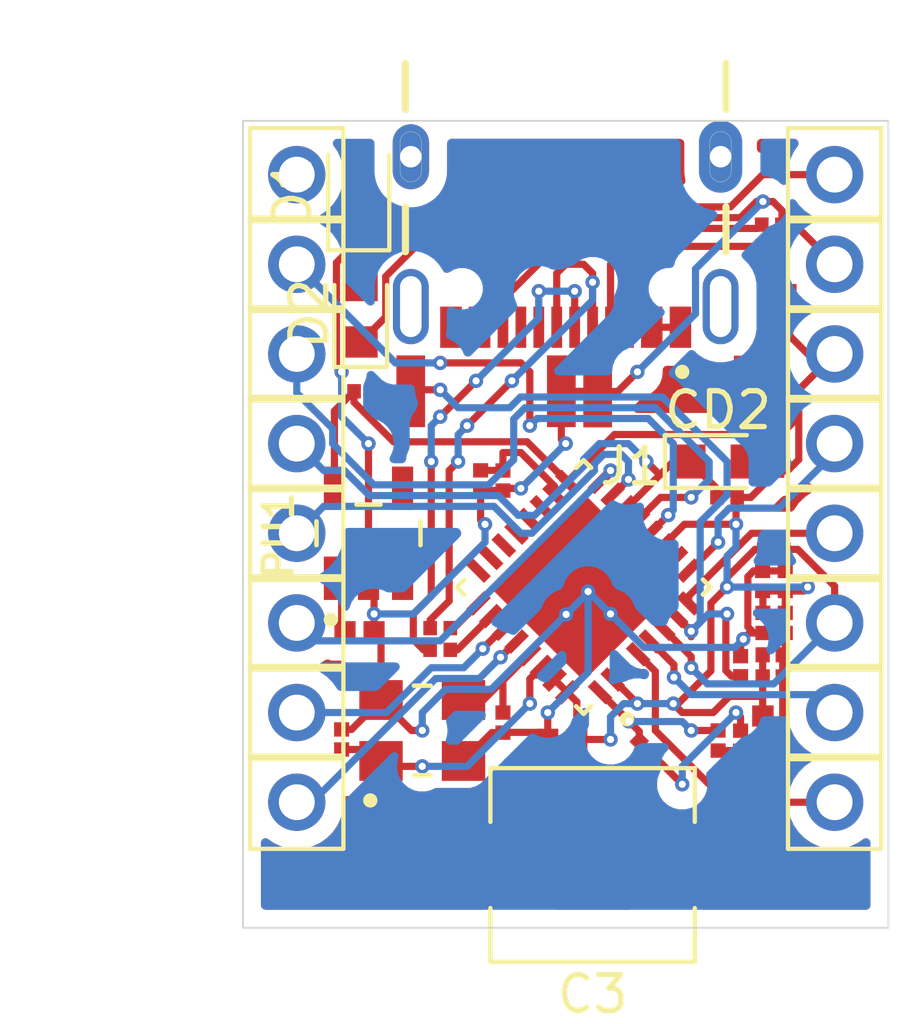
<source format=kicad_pcb>
(kicad_pcb (version 20240108) (generator "pcbnew") (generator_version "8.0")
  (layers (0 "F.Cu" signal) (31 "B.Cu" signal) (34 "B.Paste" user) (35 "F.Paste" user) (36 "B.SilkS" user "B.Silkscreen") (37 "F.SilkS" user "F.Silkscreen") (38 "B.Mask" user) (39 "F.Mask" user) (44 "Edge.Cuts" user))
  (net 0 "")
  (net 1 "GND")
  (net 2 "Net-(CD2-A)")
  (net 3 "+3.3V")
  (net 5 "GPIO5{slash}ADC2{slash}SDA")
  (net 6 "/SPIQ")
  (net 7 "/GPIO13")
  (net 8 "/SPID")
  (net 9 "Net-(U1-LNA_IN)")
  (net 10 "/GPIO12")
  (net 11 "/SPICSO")
  (net 12 "/SPCILK")
  (net 15 "XTAL_P")
  (net 16 "XTAL_N")
  (net 17 "GPIO8{slash}PWM")
  (net 18 "VBUS")
  (net 19 "VSYS")
  (net 20 "GPIO7")
  (net 21 "GPIO9{slash}BOOT")
  (net 22 "GPIO6")
  (net 23 "GPIO10")
  (net 24 "GPIO21")
  (net 25 "GPIO20")
  (net 26 "GPIO1{slash}U1RXD")
  (net 27 "GPIO0{slash}U1TXD")
  (net 28 "GPIO4{slash}ADC1{slash}SDA")
  (net 29 "GPIO2")
  (net 30 "GPIO3")
  (net 31 "Net-(J1-D--PadA7)")
  (net 32 "Net-(J1-D+-PadA6)")
  (net 33 "GPIO9")
  (net 34 "CHIP EN")
  (net 35 "VDD SPI{slash}GPIO11")
  (net 36 "USBD_P")
  (net 37 "USBD_N")
  (net 38 "CC1")
  (net 39 "CC2")
  (net 40 "Net-(C3-A)")
  (net 41 "GPIO5{slash}ADC2{slash}SCL")
  (net 42 "Net-(D2-A)")
  (footprint "GRM033R61E431KA01D:CAPC0603X33N" (layer "F.Cu") (at 178 81.73 -90)
    (property "Reference" "C2" (hide yes))
    (property "Value" "C" (hide yes))
  )
  (footprint "Connector_Pin:Pin_D1.1mm_L8.5mm_W2.5mm_FlatFork" (layer "F.Cu") (at 187.25 81.45)
    (property "Reference" "H2" (hide yes))
    (property "Value" "2" (hide yes))
  )
  (footprint "RC0201FR-0768KL:RESC0603X26N" (layer "F.Cu") (at 176.25134 79.095409)
    (property "Reference" "UR2" (hide yes))
    (property "Value" "R" (hide yes))
  )
  (footprint "C0402C152J5GACTU:CAPC1005X55N" (layer "F.Cu") (at 174 79.2)
    (property "Reference" "PC1" (hide yes))
    (property "Value" "C" (hide yes))
  )
  (footprint "Connector_Pin:Pin_D1.1mm_L8.5mm_W2.5mm_FlatFork" (layer "F.Cu") (at 187.25 76.45)
    (property "Reference" "H4" (hide yes))
    (property "Value" "4" (hide yes))
  )
  (footprint "RC0201FR-0768KL:RESC0603X26N" (layer "F.Cu") (at 185.647521 74.433675 90)
    (property "Reference" "UR8" (hide yes))
    (property "Value" "R" (hide yes))
  )
  (footprint "GRM033R61E431KA01D:CAPC0603X33N" (layer "F.Cu") (at 173.5 82.2 90)
    (property "Reference" "C1" (hide yes))
    (property "Value" "C" (hide yes))
  )
  (footprint "RC0201FR-0768KL:RESC0603X26N" (layer "F.Cu") (at 185.5 68.45)
    (property "Reference" "UR1" (hide yes))
    (property "Value" "R" (hide yes))
  )
  (footprint "RC0201FR-0768KL:RESC0603X26N" (layer "F.Cu") (at 176.25 79.7)
    (property "Reference" "UR3" (hide yes))
    (property "Value" "R" (hide yes))
  )
  (footprint "GRM033R61E431KA01D:CAPC0603X33N" (layer "F.Cu") (at 184 82.23 -90)
    (property "Reference" "UC9" (hide yes))
    (property "Value" "C" (hide yes))
  )
  (footprint "Connector_Pin:Pin_D1.1mm_L8.5mm_W2.5mm_FlatFork" (layer "F.Cu") (at 187.25 71.45)
    (property "Reference" "H6" (hide yes))
    (property "Value" "6" (hide yes))
  )
  (footprint "Connector_Pin:Pin_D1.1mm_L8.5mm_W2.5mm_FlatFork" (layer "F.Cu") (at 172.25 71.45)
    (property "Reference" "H15" (hide yes))
    (property "Value" "3" (hide yes))
  )
  (footprint "GRM033R61E431KA01D:CAPC0603X33N" (layer "F.Cu") (at 185.2407 77.779792 -90)
    (property "Reference" "UC2" (hide yes))
    (property "Value" "C" (hide yes))
  )
  (footprint "RC0201FR-0768KL:RESC0603X26N" (layer "F.Cu") (at 185.719 69.7 180)
    (property "Reference" "UR6" (hide yes))
    (property "Value" "10" (hide yes))
  )
  (footprint "GRM033R61E431KA01D:CAPC0603X33N" (layer "F.Cu") (at 178 74.98 -90)
    (property "Reference" "UC11" (hide yes))
    (property "Value" "C" (hide yes))
  )
  (footprint "GRM033R61E431KA01D:CAPC0603X33N" (layer "F.Cu") (at 184.626966 82.235268 -90)
    (property "Reference" "UC8" (hide yes))
    (property "Value" "C" (hide yes))
  )
  (footprint "Connector_Pin:Pin_D1.1mm_L8.5mm_W2.5mm_FlatFork" (layer "F.Cu") (at 172.25 76.45)
    (property "Reference" "H14" (hide yes))
    (property "Value" "5" (hide yes))
  )
  (footprint "RC0201FR-0768KL:RESC0603X26N" (layer "F.Cu") (at 174.128821 72.491111)
    (property "Reference" "UR5" (hide yes))
    (property "Value" "R" (hide yes))
  )
  (footprint "GRM033R61E431KA01D:CAPC0603X33N" (layer "F.Cu") (at 185.52315 79.839678)
    (property "Reference" "UC12" (hide yes))
    (property "Value" "C" (hide yes))
  )
  (footprint "RC0201FR-0768KL:RESC0603X26N" (layer "F.Cu") (at 185.498661 67.843848)
    (property "Reference" "UR4" (hide yes))
    (property "Value" "R" (hide yes))
  )
  (footprint "ESP32C3:QFN32_5X5MM" (layer "F.Cu") (at 180.25 77.95 135)
    (property "Reference" "U1" (hide yes))
    (property "Value" "ESP32-C3")
  )
  (footprint "Connector_Pin:Pin_D1.1mm_L8.5mm_W2.5mm_FlatFork" (layer "F.Cu") (at 187.25 66.45)
    (property "Reference" "H8" (hide yes))
    (property "Value" "8" (hide yes))
  )
  (footprint "Connector_Pin:Pin_D1.1mm_L8.5mm_W2.5mm_FlatFork" (layer "F.Cu") (at 172.25 73.95)
    (property "Reference" "H11" (hide yes))
    (property "Value" "4" (hide yes))
  )
  (footprint "RC0201FR-0768KL:RESC0603X26N" (layer "F.Cu") (at 185.552686 76.900207)
    (property "Reference" "UR15" (hide yes))
    (property "Value" "R" (hide yes))
  )
  (footprint "Connector_Pin:Pin_D1.1mm_L8.5mm_W2.5mm_FlatFork" (layer "F.Cu") (at 187.25 78.95)
    (property "Reference" "H3" (hide yes))
    (property "Value" "3" (hide yes))
  )
  (footprint "Connector_Pin:Pin_D1.1mm_L8.5mm_W2.5mm_FlatFork" (layer "F.Cu") (at 187.25 83.95)
    (property "Reference" "H1" (hide yes))
    (property "Value" "1" (hide yes))
  )
  (footprint "GRM033R61E431KA01D:CAPC0603X33N" (layer "F.Cu") (at 185.872934 77.780785 -90)
    (property "Reference" "UC1" (hide yes))
    (property "Value" "C" (hide yes))
  )
  (footprint "GRM033R61E431KA01D:CAPC0603X33N" (layer "F.Cu") (at 185.52315 80.453412 180)
    (property "Reference" "UC13" (hide yes))
    (property "Value" "C" (hide yes))
  )
  (footprint "Inductor_SMD:L_Wuerth_HCI-5040" (layer "F.Cu") (at 180.5 85.7 180)
    (property "Reference" "C3")
    (property "Value" "Antenna")
  )
  (footprint "GRM033R61E431KA01D:CAPC0603X33N" (layer "F.Cu") (at 184.627684 80.157851 90)
    (property "Reference" "UC7" (hide yes))
    (property "Value" "C" (hide yes))
  )
  (footprint "USB4105GFA:GCT_USB4105GFA" (layer "F.Cu") (at 179.75 65.95 180)
    (property "Reference" "J1")
    (property "Value" "USB_C_Receptacle_USB2.0_16P")
    (fp_line (start 4.62 -0.4) (end 4.62 0.4) (stroke (width 0.01)) (layer "Edge.Cuts"))
    (fp_line (start 4.02 0.4) (end 4.02 -0.4) (stroke (width 0.01)) (layer "Edge.Cuts"))
    (fp_line (start -4.02 -0.4) (end -4.02 0.4) (stroke (width 0.01)) (layer "Edge.Cuts"))
    (fp_line (start -4.62 0.4) (end -4.62 -0.4) (stroke (width 0.01)) (layer "Edge.Cuts"))
    (fp_arc (start 4.62 0.4) (mid 4.532132 0.612132) (end 4.32 0.7) (stroke (width 0.01)) (layer "Edge.Cuts"))
    (fp_arc (start 4.32 0.7) (mid 4.107868 0.612132) (end 4.02 0.4) (stroke (width 0.01)) (layer "Edge.Cuts"))
    (fp_arc (start 4.32 -0.7) (mid 4.532132 -0.612132) (end 4.62 -0.4) (stroke (width 0.01)) (layer "Edge.Cuts"))
    (fp_arc (start 4.02 -0.4) (mid 4.107868 -0.612132) (end 4.32 -0.7) (stroke (width 0.01)) (layer "Edge.Cuts"))
    (fp_arc (start -4.02 0.4) (mid -4.107868 0.612132) (end -4.32 0.7) (stroke (width 0.01)) (layer "Edge.Cuts"))
    (fp_arc (start -4.32 0.7) (mid -4.532132 0.612132) (end -4.62 0.4) (stroke (width 0.01)) (layer "Edge.Cuts"))
    (fp_arc (start -4.32 -0.7) (mid -4.107868 -0.612132) (end -4.02 -0.4) (stroke (width 0.01)) (layer "Edge.Cuts"))
    (fp_arc (start -4.62 -0.4) (mid -4.532132 -0.612132) (end -4.32 -0.7) (stroke (width 0.01)) (layer "Edge.Cuts"))
  )
  (footprint "Connector_Pin:Pin_D1.1mm_L8.5mm_W2.5mm_FlatFork" (layer "F.Cu") (at 172.25 66.45)
    (property "Reference" "H16" (hide yes))
    (property "Value" "1" (hide yes))
  )
  (footprint "GRM033R61E431KA01D:CAPC0603X33N" (layer "F.Cu") (at 185.25 78.95 -90)
    (property "Reference" "UC5" (hide yes))
    (property "Value" "C" (hide yes))
  )
  (footprint "Connector_Pin:Pin_D1.1mm_L8.5mm_W2.5mm_FlatFork" (layer "F.Cu") (at 172.25 83.95)
    (property "Reference" "H9" (hide yes))
    (property "Value" "8" (hide yes))
  )
  (footprint "RC0201FR-0768KL:RESC0603X26N" (layer "F.Cu") (at 173.994379 68.702681)
    (property "Reference" "UR7" (hide yes))
    (property "Value" "R" (hide yes))
  )
  (footprint "SKRKAEE010:SKRK" (layer "F.Cu") (at 177.528302 72.490911 180)
    (property "Reference" "K2" (hide yes))
    (property "Value" "SW_Omron_B3FS" (hide yes))
  )
  (footprint "C0402C152J5GACTU:CAPC1005X55N" (layer "F.Cu") (at 185.25 81.95 -90)
    (property "Reference" "UC4" (hide yes))
    (property "Value" "C" (hide yes))
  )
  (footprint "RC0201FR-0768KL:RESC0603X26N" (layer "F.Cu") (at 182 82.45 -45)
    (property "Reference" "UR9" (hide yes))
    (property "Value" "R" (hide yes))
  )
  (footprint "C0402C152J5GACTU:CAPC1005X55N" (layer "F.Cu") (at 179.655 82.2 180)
    (property "Reference" "PC2" (hide yes))
    (property "Value" "C" (hide yes))
  )
  (footprint "NX3225SA-40M-EXS00A-CS03880:OSCCC320X250X60" (layer "F.Cu") (at 175.75 81.95 90)
    (property "Reference" "Y1" (hide yes))
    (property "Value" "NX3225SA-40M-EXS00A-CS03880")
  )
  (footprint "LP3985IM5-3.3:SOT95P280X145-5N" (layer "F.Cu") (at 174.25 76.45 90)
    (property "Reference" "PU1")
    (property "Value" "ME6211C33M5")
  )
  (footprint "Diode_SMD:D_SOD-323F" (layer "F.Cu") (at 173.980493 66.948208 90)
    (property "Reference" "D1")
    (property "Value" "NRVA4004T3G")
  )
  (footprint "LED_SMD:LED_0603_1608Metric" (layer "F.Cu") (at 184 74.45)
    (property "Reference" "CD2")
    (property "Value" "LED")
  )
  (footprint "LED_SMD:LED_0603_1608Metric" (layer "F.Cu") (at 174.031977 70.328791 90)
    (property "Reference" "D2")
    (property "Value" "LED")
  )
  (footprint "Connector_Pin:Pin_D1.1mm_L8.5mm_W2.5mm_FlatFork" (layer "F.Cu") (at 172.25 68.95)
    (property "Reference" "H12" (hide yes))
    (property "Value" "2" (hide yes))
  )
  (footprint "SKRKAEE010:SKRK" (layer "F.Cu") (at 182.741538 72.497417)
    (property "Reference" "K1" (hide yes))
    (property "Value" "SW_Omron_B3FS" (hide yes))
  )
  (footprint "GRM033R61E431KA01D:CAPC0603X33N" (layer "F.Cu") (at 177.376904 74.976539 -90)
    (property "Reference" "UC10" (hide yes))
    (property "Value" "C" (hide yes))
  )
  (footprint "Connector_Pin:Pin_D1.1mm_L8.5mm_W2.5mm_FlatFork" (layer "F.Cu") (at 187.25 68.95)
    (property "Reference" "H7" (hide yes))
    (property "Value" "7" (hide yes))
  )
  (footprint "GRM033R61E431KA01D:CAPC0603X33N" (layer "F.Cu") (at 185.873553 78.949999 -90)
    (property "Reference" "UC6" (hide yes))
    (property "Value" "C" (hide yes))
  )
  (footprint "Connector_Pin:Pin_D1.1mm_L8.5mm_W2.5mm_FlatFork" (layer "F.Cu") (at 172.25 78.95)
    (property "Reference" "H10" (hide yes))
    (property "Value" "6" (hide yes))
  )
  (footprint "RC0201FR-0768KL:RESC0603X26N" (layer "F.Cu") (at 184.25 75.45 180)
    (property "Reference" "UR10" (hide yes))
    (property "Value" "R" (hide yes))
  )
  (footprint "Connector_Pin:Pin_D1.1mm_L8.5mm_W2.5mm_FlatFork" (layer "F.Cu") (at 187.25 73.95)
    (property "Reference" "H5" (hide yes))
    (property "Value" "5" (hide yes))
  )
  (footprint "Connector_Pin:Pin_D1.1mm_L8.5mm_W2.5mm_FlatFork" (layer "F.Cu") (at 172.25 81.45)
    (property "Reference" "H13" (hide yes))
    (property "Value" "7" (hide yes))
  )
  (gr_rect (start 170.75 64.95) (end 188.75 87.45) (stroke (width 0.05)) (fill none) (layer "Edge.Cuts"))
  (segment (start 182.15 70.705) (end 182.95 70.705) (width 0.2) (layer "F.Cu") (net 0))
  (segment (start 176.55 70.705) (end 177.35 70.705) (width 0.2) (layer "F.Cu") (net 0))
  (segment (start 175.218285 69.918285) (end 175.43 70.13) (width 0.1) (layer "F.Cu") (net 0))
  (segment (start 179.051648 82.001648) (end 178.008352 82.001648) (width 0.2) (layer "F.Cu") (net 1))
  (segment (start 184.627684 79.877851) (end 184.627684 79.477851) (width 0.2) (layer "F.Cu") (net 1))
  (segment (start 185.089732 82.515268) (end 185.25 82.355) (width 0.2) (layer "F.Cu") (net 1))
  (segment (start 185.873553 79.769275) (end 185.80315 79.839678) (width 0.2) (layer "F.Cu") (net 1))
  (segment (start 178.5 75.2) (end 178.06 75.2) (width 0.2) (layer "F.Cu") (net 1))
  (segment (start 175.75 81.95) (end 175.45 81.95) (width 0.2) (layer "F.Cu") (net 1))
  (segment (start 184.875535 79.23) (end 185.25 79.23) (width 0.2) (layer "F.Cu") (net 1))
  (segment (start 185.2407 77.499792) (end 184.9907 77.499792) (width 0.2) (layer "F.Cu") (net 1))
  (segment (start 180.641538 72.497417) (end 181.202583 72.497417) (width 0.2) (layer "F.Cu") (net 1))
  (segment (start 184.8307 77.659792) (end 184.8307 79.0607) (width 0.2) (layer "F.Cu") (net 1))
  (segment (start 185.872934 77.500785) (end 185.241693 77.500785) (width 0.2) (layer "F.Cu") (net 1))
  (segment (start 184.626966 82.515268) (end 185.089732 82.515268) (width 0.2) (layer "F.Cu") (net 1))
  (segment (start 186.25 67.95) (end 187.25 68.95) (width 0.2) (layer "F.Cu") (net 1))
  (segment (start 179.25 81.45) (end 179.25 82.2) (width 0.2) (layer "F.Cu") (net 1))
  (segment (start 174.6 81.1) (end 174.6 79.395) (width 0.2) (layer "F.Cu") (net 1))
  (segment (start 184.627684 79.477851) (end 184.875535 79.23) (width 0.2) (layer "F.Cu") (net 1))
  (segment (start 174.405 77.86) (end 174.25 77.705) (width 0.2) (layer "F.Cu") (net 1))
  (segment (start 184.9907 77.499792) (end 184.8307 77.659792) (width 0.2) (layer "F.Cu") (net 1))
  (segment (start 185.225976 79.254024) (end 185.25 79.23) (width 0.2) (layer "F.Cu") (net 1))
  (segment (start 185 79.23) (end 185.25 79.23) (width 0.2) (layer "F.Cu") (net 1))
  (segment (start 184 82.51) (end 184.621698 82.51) (width 0.2) (layer "F.Cu") (net 1))
  (segment (start 185.25 67.2) (end 185.531 67.2) (width 0.2) (layer "F.Cu") (net 1))
  (segment (start 184.621509 67.65) (end 185.071509 67.2) (width 0.2) (layer "F.Cu") (net 1))
  (segment (start 185.873553 79.229999) (end 185.873553 79.769275) (width 0.2) (layer "F.Cu") (net 1))
  (segment (start 185.781 67.845187) (end 185.779661 67.843848) (width 0.2) (layer "F.Cu") (net 1))
  (segment (start 177.376904 76.006539) (end 177.376904 75.256539) (width 0.2) (layer "F.Cu") (net 1))
  (segment (start 179.855736 67.65) (end 184.621509 67.65) (width 0.2) (layer "F.Cu") (net 1))
  (segment (start 174.031977 71.116291) (end 174.73 70.418268) (width 0.2) (layer "F.Cu") (net 1))
  (segment (start 185.071509 67.2) (end 185.25 67.2) (width 0.2) (layer "F.Cu") (net 1))
  (segment (start 176.070051 67.95) (end 179.555736 67.95) (width 0.2) (layer "F.Cu") (net 1))
  (segment (start 177.376904 76.076904) (end 177.5 76.2) (width 0.2) (layer "F.Cu") (net 1))
  (segment (start 180.635032 72.490911) (end 180.641538 72.497417) (width 0.2) (layer "F.Cu") (net 1))
  (segment (start 177.996539 75.256539) (end 178 75.26) (width 0.2) (layer "F.Cu") (net 1))
  (segment (start 185.80315 80.453412) (end 185.80315 79.839678) (width 0.2) (layer "F.Cu") (net 1))
  (segment (start 184.8307 79.0607) (end 185 79.23) (width 0.2) (layer "F.Cu") (net 1))
  (segment (start 174.405 79.2) (end 174.405 78.7) (width 0.2) (layer "F.Cu") (net 1))
  (segment (start 185.531 67.2) (end 185.781 67.45) (width 0.2) (layer "F.Cu") (net 1))
  (segment (start 185.781 67.95) (end 185.781 67.45) (width 0.2) (layer "F.Cu") (net 1))
  (segment (start 179.628302 72.490911) (end 180.635032 72.490911) (width 0.2) (layer "F.Cu") (net 1))
  (segment (start 177.376904 76.006539) (end 177.376904 76.076904) (width 0.2) (layer "F.Cu") (net 1))
  (segment (start 179.628302 73.828302) (end 179.75 73.95) (width 0.2) (layer "F.Cu") (net 1))
  (segment (start 185.25 79.23) (end 185.873552 79.23) (width 0.2) (layer "F.Cu") (net 1))
  (segment (start 185.873552 79.23) (end 185.873553 79.229999) (width 0.2) (layer "F.Cu") (net 1))
  (segment (start 185.781 68.45) (end 185.781 67.845187) (width 0.2) (layer "F.Cu") (net 1))
  (segment (start 185.345 82.355) (end 185.80315 81.89685) (width 0.2) (layer "F.Cu") (net 1))
  (segment (start 179.555736 67.95) (end 179.855736 67.65) (width 0.2) (layer "F.Cu") (net 1))
  (segment (start 177.69 82.01) (end 178 82.01) (width 0.2) (layer "F.Cu") (net 1))
  (segment (start 174.73 69.290051) (end 176.070051 67.95) (width 0.2) (layer "F.Cu") (net 1))
  (segment (start 179.628302 72.490911) (end 179.628302 73.828302) (width 0.2) (layer "F.Cu") (net 1))
  (segment (start 184.702767 79.402767) (end 184.627684 79.47785) (width 0.2) (layer "F.Cu") (net 1))
  (segment (start 176.9 82.8) (end 177.69 82.01) (width 0.2) (layer "F.Cu") (net 1))
  (segment (start 179.25 82.2) (end 179.051648 82.001648) (width 0.2) (layer "F.Cu") (net 1))
  (segment (start 185.095 82.2) (end 185.25 82.355) (width 0.2) (layer "F.Cu") (net 1))
  (segment (start 185.241693 77.500785) (end 185.2407 77.499792) (width 0.2) (layer "F.Cu") (net 1))
  (segment (start 174.6 79.395) (end 174.405 79.2) (width 0.2) (layer "F.Cu") (net 1))
  (segment (start 181.202583 72.497417) (end 181.75 71.95) (width 0.2) (layer "F.Cu") (net 1))
  (segment (start 174.73 70.418268) (end 174.73 69.290051) (width 0.2) (layer "F.Cu") (net 1))
  (segment (start 173.78 81.92) (end 174.6 81.1) (width 0.2) (layer "F.Cu") (net 1))
  (segment (start 185.781 67.95) (end 186.25 67.95) (width 0.2) (layer "F.Cu") (net 1))
  (segment (start 174.405 78.7) (end 174.405 77.86) (width 0.2) (layer "F.Cu") (net 1))
  (segment (start 175.45 81.95) (end 174.6 81.1) (width 0.2) (layer "F.Cu") (net 1))
  (segment (start 177.376904 75.256539) (end 177.996539 75.256539) (width 0.2) (layer "F.Cu") (net 1))
  (segment (start 185.25 82.355) (end 185.345 82.355) (width 0.2) (layer "F.Cu") (net 1))
  (segment (start 184.627684 79.47785) (end 184.627684 79.877851) (width 0.2) (layer "F.Cu") (net 1))
  (segment (start 185.80315 81.89685) (end 185.80315 80.453412) (width 0.2) (layer "F.Cu") (net 1))
  (segment (start 178.06 75.2) (end 178 75.26) (width 0.2) (layer "F.Cu") (net 1))
  (segment (start 173.5 81.92) (end 173.78 81.92) (width 0.2) (layer "F.Cu") (net 1))
  (segment (start 178.008352 82.001648) (end 178 82.01) (width 0.2) (layer "F.Cu") (net 1))
  (via (at 174.405 78.7) (size 0.4) (drill 0.2) (layers "F.Cu" "B.Cu") (net 1))
  (via (at 179.763171 78.713171) (size 0.4) (drill 0.2) (layers "F.Cu" "B.Cu") (net 1))
  (via (at 181.75 71.95) (size 0.4) (drill 0.2) (layers "F.Cu" "B.Cu") (net 1))
  (via (at 180.375 78.075) (size 0.4) (drill 0.2) (layers "F.Cu" "B.Cu") (net 1))
  (via (at 177.5 76.2) (size 0.4) (drill 0.2) (layers "F.Cu" "B.Cu") (net 1))
  (via (at 184.702767 79.402767) (size 0.4) (drill 0.2) (layers "F.Cu" "B.Cu") (net 1))
  (via (at 179.75 73.95) (size 0.4) (drill 0.2) (layers "F.Cu" "B.Cu") (net 1))
  (via (at 178.5 75.2) (size 0.4) (drill 0.2) (layers "F.Cu" "B.Cu") (net 1))
  (via (at 181 78.7) (size 0.4) (drill 0.2) (layers "F.Cu" "B.Cu") (net 1))
  (via (at 175.75 81.95) (size 0.4) (drill 0.2) (layers "F.Cu" "B.Cu") (net 1))
  (via (at 185.25 67.2) (size 0.4) (drill 0.2) (layers "F.Cu" "B.Cu") (net 1))
  (via (at 179.25 81.45) (size 0.4) (drill 0.2) (layers "F.Cu" "B.Cu") (net 1))
  (segment (start 180.375 78.075) (end 180.375 80.325) (width 0.2) (layer "B.Cu") (net 1))
  (segment (start 175.5 78.7) (end 177.5 76.7) (width 0.2) (layer "B.Cu") (net 1))
  (segment (start 179.75 73.95) (end 178.5 75.2) (width 0.2) (layer "B.Cu") (net 1))
  (segment (start 180.375 78.075) (end 180.375 78.101342) (width 0.2) (layer "B.Cu") (net 1))
  (segment (start 177.676341 80.8) (end 176.4 80.8) (width 0.2) (layer "B.Cu") (net 1))
  (segment (start 179.763171 78.713171) (end 178.486829 79.989513) (width 0.2) (layer "B.Cu") (net 1))
  (segment (start 178.486829 79.989513) (end 178.486829 79.989512) (width 0.2) (layer "B.Cu") (net 1))
  (segment (start 183.37 70.33) (end 183.37 69.08) (width 0.2) (layer "B.Cu") (net 1))
  (segment (start 180.375 78.075) (end 181.932233 79.632233) (width 0.2) (layer "B.Cu") (net 1))
  (segment (start 178.486829 79.989512) (end 177.676341 80.8) (width 0.2) (layer "B.Cu") (net 1))
  (segment (start 183.37 69.08) (end 185.25 67.2) (width 0.2) (layer "B.Cu") (net 1))
  (segment (start 177.5 76.7) (end 177.5 76.2) (width 0.2) (layer "B.Cu") (net 1))
  (segment (start 180.375 80.325) (end 179.25 81.45) (width 0.2) (layer "B.Cu") (net 1))
  (segment (start 174.405 78.7) (end 175.5 78.7) (width 0.2) (layer "B.Cu") (net 1))
  (segment (start 184.473301 79.632233) (end 184.702767 79.402767) (width 0.2) (layer "B.Cu") (net 1))
  (segment (start 180.375 78.101342) (end 179.763171 78.713171) (width 0.2) (layer "B.Cu") (net 1))
  (segment (start 175.75 81.45) (end 175.75 81.95) (width 0.2) (layer "B.Cu") (net 1))
  (segment (start 181.75 71.95) (end 183.37 70.33) (width 0.2) (layer "B.Cu") (net 1))
  (segment (start 181.932233 79.632233) (end 184.473301 79.632233) (width 0.2) (layer "B.Cu") (net 1))
  (segment (start 176.4 80.8) (end 175.75 81.45) (width 0.2) (layer "B.Cu") (net 1))
  (segment (start 185.084825 74.152675) (end 185.647521 74.152675) (width 0.2) (layer "F.Cu") (net 2))
  (segment (start 184.7875 74.45) (end 185.084825 74.152675) (width 0.2) (layer "F.Cu") (net 2))
  (segment (start 182.75 81.2) (end 183 81.45) (width 0.2) (layer "F.Cu") (net 3))
  (segment (start 186 70.95) (end 186.5 71.45) (width 0.2) (layer "F.Cu") (net 3))
  (segment (start 185.24315 80.95) (end 185.24315 81.53815) (width 0.2) (layer "F.Cu") (net 3))
  (segment (start 186.25 74.395098) (end 185.930423 74.714675) (width 0.2) (layer "F.Cu") (net 3))
  (segment (start 186 69.7) (end 186 70.95) (width 0.2) (layer "F.Cu") (net 3))
  (segment (start 179.792148 75.017275) (end 181.112006 73.697417) (width 0.2) (layer "F.Cu") (net 3))
  (segment (start 182.886397 81.2) (end 183.8 80.286397) (width 0.2) (layer "F.Cu") (net 3))
  (segment (start 183.8 80.286397) (end 183.8 78.4) (width 0.2) (layer "F.Cu") (net 3))
  (segment (start 173.847821 72.797821) (end 173.847821 72.491111) (width 0.2) (layer "F.Cu") (net 3))
  (segment (start 183.060661 76.2) (end 184.5 76.2) (width 0.2) (layer "F.Cu") (net 3))
  (segment (start 181 82.2) (end 180.06 82.2) (width 0.2) (layer "F.Cu") (net 3))
  (segment (start 184.5 75.481) (end 184.531 75.45) (width 0.2) (layer "F.Cu") (net 3))
  (segment (start 173.3 73.038932) (end 173.847821 72.491111) (width 0.2) (layer "F.Cu") (net 3))
  (segment (start 185.25 78.67) (end 185.25 78.069092) (width 0.2) (layer "F.Cu") (net 3))
  (segment (start 185.873552 78.67) (end 185.873553 78.669999) (width 0.2) (layer "F.Cu") (net 3))
  (segment (start 184.912196 75.45) (end 184.531 75.45) (width 0.2) (layer "F.Cu") (net 3))
  (segment (start 185.25 80.95) (end 185.24315 80.95) (width 0.2) (layer "F.Cu") (net 3))
  (segment (start 181.079172 80.529172) (end 181.75 81.2) (width 0.2) (layer "F.Cu") (net 3))
  (segment (start 185.25 78.67) (end 185.873552 78.67) (width 0.2) (layer "F.Cu") (net 3))
  (segment (start 178.674873 73.9) (end 174.95 73.9) (width 0.2) (layer "F.Cu") (net 3))
  (segment (start 185.24315 81.53815) (end 185.25 81.545) (width 0.2) (layer "F.Cu") (net 3))
  (segment (start 185.25 78.069092) (end 185.2407 78.059792) (width 0.2) (layer "F.Cu") (net 3))
  (segment (start 183.863603 81.45) (end 184.313603 81) (width 0.2) (layer "F.Cu") (net 3))
  (segment (start 185.030285 76.900207) (end 185.271686 76.900207) (width 0.2) (layer "F.Cu") (net 3))
  (segment (start 185.752583 73.697417) (end 186.25 73.2) (width 0.2) (layer "F.Cu") (net 3))
  (segment (start 182.475619 76.785042) (end 183.060661 76.2) (width 0.2) (layer "F.Cu") (net 3))
  (segment (start 185.930423 74.714675) (end 185.647521 74.714675) (width 0.2) (layer "F.Cu") (net 3))
  (segment (start 187.25 71.45) (end 186.25 72.45) (width 0.2) (layer "F.Cu") (net 3))
  (segment (start 185.647521 74.714675) (end 184.912196 75.45) (width 0.2) (layer "F.Cu") (net 3))
  (segment (start 186.25 73.2) (end 186.25 72.95) (width 0.2) (layer "F.Cu") (net 3))
  (segment (start 184.5 76.2) (end 184.5 75.481) (width 0.2) (layer "F.Cu") (net 3))
  (segment (start 186.25 73.7) (end 186.25 74.395098) (width 0.2) (layer "F.Cu") (net 3))
  (segment (start 186.5 71.45) (end 187.25 71.45) (width 0.2) (layer "F.Cu") (net 3))
  (segment (start 174.95 73.9) (end 173.847821 72.797821) (width 0.2) (layer "F.Cu") (net 3))
  (segment (start 184.25 77.680492) (end 185.030285 76.900207) (width 0.2) (layer "F.Cu") (net 3))
  (segment (start 185.24315 80.453412) (end 185.24315 80.95) (width 0.2) (layer "F.Cu") (net 3))
  (segment (start 185.872934 78.66938) (end 185.873553 78.669999) (width 0.2) (layer "F.Cu") (net 3))
  (segment (start 185.2407 78.059792) (end 185.871941 78.059792) (width 0.2) (layer "F.Cu") (net 3))
  (segment (start 181.414958 80.175619) (end 181.475619 80.175619) (width 0.2) (layer "F.Cu") (net 3))
  (segment (start 182.75 81.2) (end 182.886397 81.2) (width 0.2) (layer "F.Cu") (net 3))
  (segment (start 183 81.45) (end 183.863603 81.45) (width 0.2) (layer "F.Cu") (net 3))
  (segment (start 186.389215 78.060785) (end 186.5 77.95) (width 0.2) (layer "F.Cu") (net 3))
  (segment (start 185.872934 78.060785) (end 185.872934 78.66938) (width 0.2) (layer "F.Cu") (net 3))
  (segment (start 180.06 82.2) (end 180.06 81.150577) (width 0.2) (layer "F.Cu") (net 3))
  (segment (start 184.313603 81) (end 185.2 81) (width 0.2) (layer "F.Cu") (net 3))
  (segment (start 185.871941 78.059792) (end 185.872934 78.060785) (width 0.2) (layer "F.Cu") (net 3))
  (segment (start 179.792148 75.017275) (end 178.674873 73.9) (width 0.2) (layer "F.Cu") (net 3))
  (segment (start 173.3 75.195) (end 173.3 73.038932) (width 0.2) (layer "F.Cu") (net 3))
  (segment (start 179.792148 80.882725) (end 179.438595 80.529172) (width 0.2) (layer "F.Cu") (net 3))
  (segment (start 183.8 78.4) (end 184.25 77.95) (width 0.2) (layer "F.Cu") (net 3))
  (segment (start 181.061405 80.529172) (end 181.414958 80.175619) (width 0.2) (layer "F.Cu") (net 3))
  (segment (start 184.25 77.95) (end 184.25 77.680492) (width 0.2) (layer "F.Cu") (net 3))
  (segment (start 181.112006 73.697417) (end 185.752583 73.697417) (width 0.2) (layer "F.Cu") (net 3))
  (segment (start 185.872934 78.060785) (end 186.389215 78.060785) (width 0.2) (layer "F.Cu") (net 3))
  (segment (start 186.25 72.45) (end 186.25 73.7) (width 0.2) (layer "F.Cu") (net 3))
  (segment (start 181.061405 80.529172) (end 181.079172 80.529172) (width 0.2) (layer "F.Cu") (net 3))
  (segment (start 185.24315 79.839678) (end 185.24315 80.453412) (width 0.2) (layer "F.Cu") (net 3))
  (segment (start 180.06 81.150577) (end 179.792148 80.882725) (width 0.2) (layer "F.Cu") (net 3))
  (segment (start 185.2 81) (end 185.25 80.95) (width 0.2) (layer "F.Cu") (net 3))
  (via (at 181.75 81.2) (size 0.4) (drill 0.2) (layers "F.Cu" "B.Cu") (net 3))
  (via (at 186.5 77.95) (size 0.4) (drill 0.2) (layers "F.Cu" "B.Cu") (net 3))
  (via (at 184.5 76.2) (size 0.4) (drill 0.2) (layers "F.Cu" "B.Cu") (net 3))
  (via (at 181 82.2) (size 0.4) (drill 0.2) (layers "F.Cu" "B.Cu") (net 3))
  (via (at 182.75 81.2) (size 0.4) (drill 0.2) (layers "F.Cu" "B.Cu") (net 3))
  (via (at 184.25 77.95) (size 0.4) (drill 0.2) (layers "F.Cu" "B.Cu") (net 3))
  (segment (start 184.5 76.836397) (end 184.5 76.2) (width 0.2) (layer "B.Cu") (net 3))
  (segment (start 186.5 77.95) (end 184.25 77.95) (width 0.2) (layer "B.Cu") (net 3))
  (segment (start 182.75 81.2) (end 181.75 81.2) (width 0.2) (layer "B.Cu") (net 3))
  (segment (start 181 82.2) (end 181 81.567206) (width 0.2) (layer "B.Cu") (net 3))
  (segment (start 181 81.567206) (end 181.367206 81.2) (width 0.2) (layer "B.Cu") (net 3))
  (segment (start 184.25 77.95) (end 184.25 77.086397) (width 0.2) (layer "B.Cu") (net 3))
  (segment (start 184.25 77.086397) (end 184.5 76.836397) (width 0.2) (layer "B.Cu") (net 3))
  (segment (start 181.367206 81.2) (end 181.75 81.2) (width 0.2) (layer "B.Cu") (net 3))
  (segment (start 184 81.95) (end 183.25 81.95) (width 0.2) (layer "F.Cu") (net 9))
  (segment (start 181.801303 82.251303) (end 181.801303 81.976176) (width 0.2) (layer "F.Cu") (net 9))
  (segment (start 181.801303 81.976176) (end 180.707852 80.882725) (width 0.2) (layer "F.Cu") (net 9))
  (via (at 183.25 81.95) (size 0.4) (drill 0.2) (layers "F.Cu" "B.Cu") (net 9))
  (via (at 181.509143 81.69446) (size 0.4) (drill 0.2) (layers "F.Cu" "B.Cu") (net 9))
  (segment (start 181.514683 81.7) (end 181.509143 81.69446) (width 0.2) (layer "B.Cu") (net 9))
  (segment (start 183.25 81.95) (end 183 81.7) (width 0.2) (layer "B.Cu") (net 9))
  (segment (start 183 81.7) (end 181.514683 81.7) (width 0.2) (layer "B.Cu") (net 9))
  (segment (start 174.75 82.95) (end 174.6 82.8) (width 0.2) (layer "F.Cu") (net 15))
  (segment (start 175.75 82.95) (end 174.75 82.95) (width 0.2) (layer "F.Cu") (net 15))
  (segment (start 179.085042 80.175619) (end 178.75 80.510661) (width 0.2) (layer "F.Cu") (net 15))
  (segment (start 178.75 80.510661) (end 178.75 81.2) (width 0.2) (layer "F.Cu") (net 15))
  (segment (start 174.28 82.48) (end 174.6 82.8) (width 0.2) (layer "F.Cu") (net 15))
  (segment (start 173.5 82.48) (end 174.28 82.48) (width 0.2) (layer "F.Cu") (net 15))
  (via (at 175.75 82.95) (size 0.4) (drill 0.2) (layers "F.Cu" "B.Cu") (net 15))
  (via (at 178.75 81.2) (size 0.4) (drill 0.2) (layers "F.Cu" "B.Cu") (net 15))
  (segment (start 178.75 81.2) (end 177 82.95) (width 0.2) (layer "B.Cu") (net 15))
  (segment (start 177 82.95) (end 175.75 82.95) (width 0.2) (layer "B.Cu") (net 15))
  (segment (start 178.301776 80.251776) (end 177.453553 81.1) (width 0.2) (layer "F.Cu") (net 16))
  (segment (start 178 81.45) (end 178 80.553552) (width 0.2) (layer "F.Cu") (net 16))
  (segment (start 178 80.553552) (end 178.301776 80.251776) (width 0.2) (layer "F.Cu") (net 16))
  (segment (start 178.731488 79.822065) (end 178.301776 80.251776) (width 0.2) (layer "F.Cu") (net 16))
  (segment (start 177.453553 81.1) (end 176.9 81.1) (width 0.2) (layer "F.Cu") (net 16))
  (segment (start 182.375 74.825) (end 181.475619 75.724381) (width 0.2) (layer "F.Cu") (net 17))
  (segment (start 183.2125 74.45) (end 182.75 74.45) (width 0.2) (layer "F.Cu") (net 17))
  (segment (start 182.75 74.45) (end 182.375 74.825) (width 0.2) (layer "F.Cu") (net 17))
  (segment (start 183.969 75.2065) (end 183.2125 74.45) (width 0.2) (layer "F.Cu") (net 17))
  (segment (start 182.375 74.825) (end 182 74.45) (width 0.2) (layer "F.Cu") (net 17))
  (segment (start 183.969 75.45) (end 183.969 75.2065) (width 0.2) (layer "F.Cu") (net 17))
  (segment (start 181.475619 75.724381) (end 181.414958 75.724381) (width 0.2) (layer "F.Cu") (net 17))
  (via (at 182 74.45) (size 0.4) (drill 0.2) (layers "F.Cu" "B.Cu") (net 17))
  (segment (start 173.575736 74.7) (end 173 74.7) (width 0.2) (layer "B.Cu") (net 17))
  (segment (start 178.424264 75.95) (end 177.874264 75.4) (width 0.2) (layer "B.Cu") (net 17))
  (segment (start 180.25 74.582538) (end 178.882538 75.95) (width 0.2) (layer "B.Cu") (net 17))
  (segment (start 182 74.45) (end 181.5 73.95) (width 0.2) (layer "B.Cu") (net 17))
  (segment (start 181.5 73.95) (end 180.689339 73.95) (width 0.2) (layer "B.Cu") (net 17))
  (segment (start 173 74.7) (end 172.25 73.95) (width 0.2) (layer "B.Cu") (net 17))
  (segment (start 177.874264 75.4) (end 174.275736 75.4) (width 0.2) (layer "B.Cu") (net 17))
  (segment (start 178.882538 75.95) (end 178.424264 75.95) (width 0.2) (layer "B.Cu") (net 17))
  (segment (start 174.275736 75.4) (end 173.575736 74.7) (width 0.2) (layer "B.Cu") (net 17))
  (segment (start 180.689339 73.95) (end 180.25 74.389339) (width 0.2) (layer "B.Cu") (net 17))
  (segment (start 180.25 74.389339) (end 180.25 74.582538) (width 0.2) (layer "B.Cu") (net 17))
  (segment (start 173.980493 66.680493) (end 174.95 67.65) (width 0.2) (layer "F.Cu") (net 18))
  (segment (start 179.731472 67.35) (end 184.345788 67.35) (width 0.2) (layer "F.Cu") (net 18))
  (segment (start 173.980493 65.848208) (end 173.980493 66.680493) (width 0.2) (layer "F.Cu") (net 18))
  (segment (start 179.431472 67.65) (end 179.731472 67.35) (width 0.2) (layer "F.Cu") (net 18))
  (segment (start 185.245788 66.45) (end 187.25 66.45) (width 0.2) (layer "F.Cu") (net 18))
  (segment (start 174.95 67.65) (end 179.431472 67.65) (width 0.2) (layer "F.Cu") (net 18))
  (segment (start 184.345788 67.35) (end 185.245788 66.45) (width 0.2) (layer "F.Cu") (net 18))
  (segment (start 174.705 76.9) (end 174.25 76.9) (width 0.2) (layer "F.Cu") (net 19))
  (segment (start 173.3 77.4) (end 173.3 77.705) (width 0.2) (layer "F.Cu") (net 19))
  (segment (start 175.2 77.705) (end 175.2 77.395) (width 0.2) (layer "F.Cu") (net 19))
  (segment (start 173.558087 68.702681) (end 173.713379 68.702681) (width 0.2) (layer "F.Cu") (net 19))
  (segment (start 174.25 76.9) (end 174 76.9) (width 0.2) (layer "F.Cu") (net 19))
  (segment (start 173.5 79.105) (end 173.595 79.2) (width 0.2) (layer "F.Cu") (net 19))
  (segment (start 173.8 76.9) (end 173.3 77.4) (width 0.2) (layer "F.Cu") (net 19))
  (segment (start 173.5 71.95) (end 173.356977 71.806977) (width 0.2) (layer "F.Cu") (net 19))
  (segment (start 173.980493 68.048208) (end 173.713379 68.315322) (width 0.2) (layer "F.Cu") (net 19))
  (segment (start 173.5 77.905) (end 173.5 79.105) (width 0.2) (layer "F.Cu") (net 19))
  (segment (start 173.356977 71.806977) (end 173.356977 68.903791) (width 0.2) (layer "F.Cu") (net 19))
  (segment (start 173.713379 68.315322) (end 173.713379 68.702681) (width 0.2) (layer "F.Cu") (net 19))
  (segment (start 173.3 77.705) (end 173.5 77.905) (width 0.2) (layer "F.Cu") (net 19))
  (segment (start 174 76.9) (end 173.8 76.9) (width 0.2) (layer "F.Cu") (net 19))
  (segment (start 174.25 76.9) (end 174.25 73.95) (width 0.2) (layer "F.Cu") (net 19))
  (segment (start 175.2 77.395) (end 174.705 76.9) (width 0.2) (layer "F.Cu") (net 19))
  (segment (start 173.356977 68.903791) (end 173.558087 68.702681) (width 0.2) (layer "F.Cu") (net 19))
  (via (at 174.25 73.95) (size 0.4) (drill 0.2) (layers "F.Cu" "B.Cu") (net 19))
  (via (at 173.5 71.95) (size 0.4) (drill 0.2) (layers "F.Cu" "B.Cu") (net 19))
  (segment (start 174.25 73.95) (end 173.5 73.2) (width 0.2) (layer "B.Cu") (net 19))
  (segment (start 173.5 73.2) (end 173.5 71.95) (width 0.2) (layer "B.Cu") (net 19))
  (segment (start 181.768512 76.077935) (end 182.396447 75.45) (width 0.2) (layer "F.Cu") (net 20))
  (segment (start 182.396447 75.45) (end 183.25 75.45) (width 0.2) (layer "F.Cu") (net 20))
  (via (at 183.25 75.45) (size 0.4) (drill 0.2) (layers "F.Cu" "B.Cu") (net 20))
  (segment (start 178.3 73.263603) (end 178.3 74.4) (width 0.2) (layer "B.Cu") (net 20))
  (segment (start 173.25 73.95) (end 173.25 73.535786) (width 0.2) (layer "B.Cu") (net 20))
  (segment (start 177.6 75.1) (end 174.4 75.1) (width 0.2) (layer "B.Cu") (net 20))
  (segment (start 178.3 74.4) (end 177.6 75.1) (width 0.2) (layer "B.Cu") (net 20))
  (segment (start 183.75 74.45) (end 182.25 72.95) (width 0.2) (layer "B.Cu") (net 20))
  (segment (start 182.25 72.95) (end 178.613603 72.95) (width 0.2) (layer "B.Cu") (net 20))
  (segment (start 183.25 75.45) (end 183.75 74.95) (width 0.2) (layer "B.Cu") (net 20))
  (segment (start 172.25 72.535786) (end 172.25 71.45) (width 0.2) (layer "B.Cu") (net 20))
  (segment (start 173.25 73.535786) (end 172.25 72.535786) (width 0.2) (layer "B.Cu") (net 20))
  (segment (start 183.75 74.95) (end 183.75 74.45) (width 0.2) (layer "B.Cu") (net 20))
  (segment (start 178.613603 72.95) (end 178.3 73.263603) (width 0.2) (layer "B.Cu") (net 20))
  (segment (start 174.4 75.1) (end 173.25 73.95) (width 0.2) (layer "B.Cu") (net 20))
  (segment (start 181.079172 75.370828) (end 181.5 74.95) (width 0.2) (layer "F.Cu") (net 21))
  (segment (start 181.061405 75.370828) (end 181.079172 75.370828) (width 0.2) (layer "F.Cu") (net 21))
  (via (at 181.5 74.95) (size 0.4) (drill 0.2) (layers "F.Cu" "B.Cu") (net 21))
  (segment (start 177.75 75.7) (end 173 75.7) (width 0.2) (layer "B.Cu") (net 21))
  (segment (start 173 75.7) (end 172.25 76.45) (width 0.2) (layer "B.Cu") (net 21))
  (segment (start 178.5 76.45) (end 177.75 75.7) (width 0.2) (layer "B.Cu") (net 21))
  (segment (start 181.5 74.95) (end 181.5 74.45) (width 0.2) (layer "B.Cu") (net 21))
  (segment (start 180.813603 74.25) (end 180.55 74.513603) (width 0.2) (layer "B.Cu") (net 21))
  (segment (start 181.5 74.45) (end 181.3 74.25) (width 0.2) (layer "B.Cu") (net 21))
  (segment (start 181.3 74.25) (end 180.813603 74.25) (width 0.2) (layer "B.Cu") (net 21))
  (segment (start 180.55 74.706802) (end 178.806802 76.45) (width 0.2) (layer "B.Cu") (net 21))
  (segment (start 178.806802 76.45) (end 178.5 76.45) (width 0.2) (layer "B.Cu") (net 21))
  (segment (start 180.55 74.513603) (end 180.55 74.706802) (width 0.2) (layer "B.Cu") (net 21))
  (segment (start 178.75 71.95) (end 178.5 71.7) (width 0.2) (layer "F.Cu") (net 22))
  (segment (start 182.608953 75.9446) (end 182.122065 76.431488) (width 0.2) (layer "F.Cu") (net 22))
  (segment (start 178.75 73.45) (end 178.75 71.95) (width 0.2) (layer "F.Cu") (net 22))
  (segment (start 178.5 71.7) (end 176.25 71.7) (width 0.2) (layer "F.Cu") (net 22))
  (via (at 178.75 73.45) (size 0.4) (drill 0.2) (layers "F.Cu" "B.Cu") (net 22))
  (via (at 182.608953 75.9446) (size 0.4) (drill 0.2) (layers "F.Cu" "B.Cu") (net 22))
  (via (at 176.25 71.7) (size 0.4) (drill 0.2) (layers "F.Cu" "B.Cu") (net 22))
  (segment (start 176.25 71.7) (end 175 71.7) (width 0.2) (layer "B.Cu") (net 22))
  (segment (start 178.75 73.45) (end 178.95 73.25) (width 0.2) (layer "B.Cu") (net 22))
  (segment (start 182.75 73.95) (end 182.75 75.803553) (width 0.2) (layer "B.Cu") (net 22))
  (segment (start 178.95 73.25) (end 182.05 73.25) (width 0.2) (layer "B.Cu") (net 22))
  (segment (start 182.05 73.25) (end 182.75 73.95) (width 0.2) (layer "B.Cu") (net 22))
  (segment (start 175 71.7) (end 172.25 68.95) (width 0.2) (layer "B.Cu") (net 22))
  (segment (start 182.75 75.803553) (end 182.608953 75.9446) (width 0.2) (layer "B.Cu") (net 22))
  (segment (start 180.707852 74.992148) (end 181 74.7) (width 0.2) (layer "F.Cu") (net 23))
  (segment (start 180.707852 75.017275) (end 180.707852 74.992148) (width 0.2) (layer "F.Cu") (net 23))
  (via (at 181 74.7) (size 0.4) (drill 0.2) (layers "F.Cu" "B.Cu") (net 23))
  (segment (start 176.25 79.45) (end 172.75 79.45) (width 0.2) (layer "B.Cu") (net 23))
  (segment (start 172.75 79.45) (end 172.25 78.95) (width 0.2) (layer "B.Cu") (net 23))
  (segment (start 181 74.7) (end 176.25 79.45) (width 0.2) (layer "B.Cu") (net 23))
  (segment (start 178.371432 79.468512) (end 177.932093 79.907851) (width 0.2) (layer "F.Cu") (net 24))
  (segment (start 178.377935 79.468512) (end 178.371432 79.468512) (width 0.2) (layer "F.Cu") (net 24))
  (via (at 177.932093 79.907851) (size 0.4) (drill 0.2) (layers "F.Cu" "B.Cu") (net 24))
  (segment (start 172.674264 83.95) (end 172.25 83.95) (width 0.2) (layer "B.Cu") (net 24))
  (segment (start 177.932093 79.907851) (end 177.339944 80.5) (width 0.2) (layer "B.Cu") (net 24))
  (segment (start 176.124264 80.5) (end 172.674264 83.95) (width 0.2) (layer "B.Cu") (net 24))
  (segment (start 177.339944 80.5) (end 176.124264 80.5) (width 0.2) (layer "B.Cu") (net 24))
  (segment (start 178.024381 79.114958) (end 177.990927 79.114958) (width 0.2) (layer "F.Cu") (net 25))
  (segment (start 177.990927 79.114958) (end 177.436453 79.669432) (width 0.2) (layer "F.Cu") (net 25))
  (via (at 177.436453 79.669432) (size 0.4) (drill 0.2) (layers "F.Cu" "B.Cu") (net 25))
  (segment (start 174.75 81.45) (end 172.25 81.45) (width 0.2) (layer "B.Cu") (net 25))
  (segment (start 176.905885 80.2) (end 176 80.2) (width 0.2) (layer "B.Cu") (net 25))
  (segment (start 176 80.2) (end 174.75 81.45) (width 0.2) (layer "B.Cu") (net 25))
  (segment (start 177.436453 79.669432) (end 176.905885 80.2) (width 0.2) (layer "B.Cu") (net 25))
  (segment (start 182.769211 80.115658) (end 182.122065 79.468512) (width 0.2) (layer "F.Cu") (net 26))
  (segment (start 182.769211 80.467105) (end 182.769211 80.115658) (width 0.2) (layer "F.Cu") (net 26))
  (via (at 182.769211 80.467105) (size 0.4) (drill 0.2) (layers "F.Cu" "B.Cu") (net 26))
  (segment (start 183.252106 80.95) (end 186.75 80.95) (width 0.2) (layer "B.Cu") (net 26))
  (segment (start 186.75 80.95) (end 187.25 81.45) (width 0.2) (layer "B.Cu") (net 26))
  (segment (start 182.769211 80.467105) (end 183.252106 80.95) (width 0.2) (layer "B.Cu") (net 26))
  (segment (start 184.25 83.95) (end 187.25 83.95) (width 0.2) (layer "F.Cu") (net 27))
  (segment (start 181.768512 79.822065) (end 182.25 80.303553) (width 0.2) (layer "F.Cu") (net 27))
  (segment (start 182.25 80.303553) (end 182.25 81.95) (width 0.2) (layer "F.Cu") (net 27))
  (segment (start 182.25 81.95) (end 184.25 83.95) (width 0.2) (layer "F.Cu") (net 27))
  (segment (start 183.207852 77.492148) (end 184 76.7) (width 0.2) (layer "F.Cu") (net 28))
  (segment (start 183.182725 77.492148) (end 183.207852 77.492148) (width 0.2) (layer "F.Cu") (net 28))
  (via (at 184 76.7) (size 0.4) (drill 0.2) (layers "F.Cu" "B.Cu") (net 28))
  (segment (start 184 76.7) (end 184 76.063603) (width 0.2) (layer "B.Cu") (net 28))
  (segment (start 184.313603 75.75) (end 185.7 75.75) (width 0.2) (layer "B.Cu") (net 28))
  (segment (start 184 76.063603) (end 184.313603 75.75) (width 0.2) (layer "B.Cu") (net 28))
  (segment (start 187.25 74.2) (end 187.25 73.95) (width 0.2) (layer "B.Cu") (net 28))
  (segment (start 185.7 75.75) (end 187.25 74.2) (width 0.2) (layer "B.Cu") (net 28))
  (segment (start 182.475619 79.114958) (end 183.25 79.889339) (width 0.2) (layer "F.Cu") (net 29))
  (segment (start 183.25 79.889339) (end 183.25 80.2) (width 0.2) (layer "F.Cu") (net 29))
  (segment (start 185.833686 76.900207) (end 186.223686 76.900207) (width 0.2) (layer "F.Cu") (net 29))
  (segment (start 187.25 77.926521) (end 187.25 78.95) (width 0.2) (layer "F.Cu") (net 29))
  (segment (start 186.223686 76.900207) (end 187.25 77.926521) (width 0.2) (layer "F.Cu") (net 29))
  (via (at 183.25 80.2) (size 0.4) (drill 0.2) (layers "F.Cu" "B.Cu") (net 29))
  (segment (start 183.7 80.65) (end 185.55 80.65) (width 0.2) (layer "B.Cu") (net 29))
  (segment (start 185.55 80.65) (end 187.25 78.95) (width 0.2) (layer "B.Cu") (net 29))
  (segment (start 183.25 80.2) (end 183.7 80.65) (width 0.2) (layer "B.Cu") (net 29))
  (segment (start 183.182725 78.407852) (end 183.182725 78.199168) (width 0.2) (layer "F.Cu") (net 30))
  (segment (start 184.931893 76.45) (end 187.25 76.45) (width 0.2) (layer "F.Cu") (net 30))
  (segment (start 183.182725 78.199168) (end 184.931893 76.45) (width 0.2) (layer "F.Cu") (net 30))
  (segment (start 180.5 70.705) (end 180.5 69.45) (width 0.2) (layer "F.Cu") (net 31))
  (segment (start 180.5 69.2) (end 180.25 68.95) (width 0.2) (layer "F.Cu") (net 31))
  (segment (start 177 73.45) (end 178.25 72.2) (width 0.2) (layer "F.Cu") (net 31))
  (segment (start 180.25 68.95) (end 179.75 68.95) (width 0.2) (layer "F.Cu") (net 31))
  (segment (start 175.97034 79.095409) (end 175.97034 78.867409) (width 0.2) (layer "F.Cu") (net 31))
  (segment (start 176.5 78.337749) (end 176.5 74.7) (width 0.2) (layer "F.Cu") (net 31))
  (segment (start 175.97034 78.867409) (end 176.5 78.337749) (width 0.2) (layer "F.Cu") (net 31))
  (segment (start 179.75 68.95) (end 179.5 69.2) (width 0.2) (layer "F.Cu") (net 31))
  (segment (start 180.5 69.45) (end 180.5 69.2) (width 0.2) (layer "F.Cu") (net 31))
  (segment (start 179.5 69.2) (end 179.5 70.705) (width 0.2) (layer "F.Cu") (net 31))
  (segment (start 176.5 74.7) (end 176.75 74.45) (width 0.2) (layer "F.Cu") (net 31))
  (via (at 180.5 69.45) (size 0.4) (drill 0.2) (layers "F.Cu" "B.Cu") (net 31))
  (via (at 177 73.45) (size 0.4) (drill 0.2) (layers "F.Cu" "B.Cu") (net 31))
  (via (at 176.75 74.45) (size 0.4) (drill 0.2) (layers "F.Cu" "B.Cu") (net 31))
  (via (at 178.25 72.2) (size 0.4) (drill 0.2) (layers "F.Cu" "B.Cu") (net 31))
  (segment (start 176.75 73.7) (end 176.75 74.45) (width 0.2) (layer "B.Cu") (net 31))
  (segment (start 180.5 69.95) (end 180.5 69.45) (width 0.2) (layer "B.Cu") (net 31))
  (segment (start 177 73.45) (end 176.75 73.7) (width 0.2) (layer "B.Cu") (net 31))
  (segment (start 178.25 72.2) (end 180.5 69.95) (width 0.2) (layer "B.Cu") (net 31))
  (segment (start 176 74.45) (end 176 78.205) (width 0.2) (layer "F.Cu") (net 32))
  (segment (start 175.5 78.705) (end 175.5 79.415069) (width 0.2) (layer "F.Cu") (net 32))
  (segment (start 175.5 79.415069) (end 175.784931 79.7) (width 0.2) (layer "F.Cu") (net 32))
  (segment (start 176 78.205) (end 175.5 78.705) (width 0.2) (layer "F.Cu") (net 32))
  (segment (start 175.784931 79.7) (end 175.969 79.7) (width 0.2) (layer "F.Cu") (net 32))
  (segment (start 180 70.705) (end 180 69.7) (width 0.2) (layer "F.Cu") (net 32))
  (segment (start 179 69.7) (end 179 70.705) (width 0.2) (layer "F.Cu") (net 32))
  (segment (start 176.25 73.2) (end 177.25 72.2) (width 0.2) (layer "F.Cu") (net 32))
  (via (at 180 69.7) (size 0.4) (drill 0.2) (layers "F.Cu" "B.Cu") (net 32))
  (via (at 176 74.45) (size 0.4) (drill 0.2) (layers "F.Cu" "B.Cu") (net 32))
  (via (at 176.25 73.2) (size 0.4) (drill 0.2) (layers "F.Cu" "B.Cu") (net 32))
  (via (at 179 69.7) (size 0.4) (drill 0.2) (layers "F.Cu" "B.Cu") (net 32))
  (via (at 177.25 72.2) (size 0.4) (drill 0.2) (layers "F.Cu" "B.Cu") (net 32))
  (segment (start 177.25 72.2) (end 179 70.45) (width 0.2) (layer "B.Cu") (net 32))
  (segment (start 180 69.7) (end 179 69.7) (width 0.2) (layer "B.Cu") (net 32))
  (segment (start 176.25 73.2) (end 176 73.45) (width 0.2) (layer "B.Cu") (net 32))
  (segment (start 179 70.45) (end 179 69.7) (width 0.2) (layer "B.Cu") (net 32))
  (segment (start 176 73.45) (end 176 74.45) (width 0.2) (layer "B.Cu") (net 32))
  (segment (start 185.438 71.900955) (end 184.841538 72.497417) (width 0.2) (layer "F.Cu") (net 33))
  (segment (start 185.438 69.7) (end 185.438 71.900955) (width 0.2) (layer "F.Cu") (net 33))
  (segment (start 176.25 72.45) (end 175.469213 72.45) (width 0.2) (layer "F.Cu") (net 34))
  (segment (start 175.469213 72.45) (end 175.428302 72.490911) (width 0.2) (layer "F.Cu") (net 34))
  (segment (start 183.25 79.336397) (end 183.25 79.182233) (width 0.2) (layer "F.Cu") (net 34))
  (segment (start 175.428102 72.491111) (end 175.428302 72.490911) (width 0.2) (layer "F.Cu") (net 34))
  (segment (start 184.217684 78.732316) (end 184.25 78.7) (width 0.2) (layer "F.Cu") (net 34))
  (segment (start 184.377684 80.437851) (end 184.217684 80.277851) (width 0.2) (layer "F.Cu") (net 34))
  (segment (start 183.25 79.182233) (end 182.829172 78.761405) (width 0.2) (layer "F.Cu") (net 34))
  (segment (start 184.217684 80.277851) (end 184.217684 78.732316) (width 0.2) (layer "F.Cu") (net 34))
  (segment (start 184.627684 80.437851) (end 184.377684 80.437851) (width 0.2) (layer "F.Cu") (net 34))
  (segment (start 174.409821 72.491111) (end 175.428102 72.491111) (width 0.2) (layer "F.Cu") (net 34))
  (via (at 183.25 79.182233) (size 0.4) (drill 0.2) (layers "F.Cu" "B.Cu") (net 34))
  (via (at 184.25 78.7) (size 0.4) (drill 0.2) (layers "F.Cu" "B.Cu") (net 34))
  (via (at 176.25 72.45) (size 0.4) (drill 0.2) (layers "F.Cu" "B.Cu") (net 34))
  (segment (start 183.732233 78.7) (end 183.25 79.182233) (width 0.2) (layer "B.Cu") (net 34))
  (segment (start 184.25 74.45) (end 184.25 75.389339) (width 0.2) (layer "B.Cu") (net 34))
  (segment (start 178.189339 72.95) (end 178.489339 72.65) (width 0.2) (layer "B.Cu") (net 34))
  (segment (start 176.75 72.95) (end 178.189339 72.95) (width 0.2) (layer "B.Cu") (net 34))
  (segment (start 178.489339 72.65) (end 182.45 72.65) (width 0.2) (layer "B.Cu") (net 34))
  (segment (start 183.5 76.139339) (end 183.5 78.932233) (width 0.2) (layer "B.Cu") (net 34))
  (segment (start 182.45 72.65) (end 184.25 74.45) (width 0.2) (layer "B.Cu") (net 34))
  (segment (start 184.25 78.7) (end 183.732233 78.7) (width 0.2) (layer "B.Cu") (net 34))
  (segment (start 176.25 72.45) (end 176.75 72.95) (width 0.2) (layer "B.Cu") (net 34))
  (segment (start 183.5 78.932233) (end 183.25 79.182233) (width 0.2) (layer "B.Cu") (net 34))
  (segment (start 184.25 75.389339) (end 183.5 76.139339) (width 0.2) (layer "B.Cu") (net 34))
  (segment (start 178.5 74.2) (end 179.438595 75.138595) (width 0.2) (layer "F.Cu") (net 35))
  (segment (start 177.996539 74.696539) (end 178 74.7) (width 0.2) (layer "F.Cu") (net 35))
  (segment (start 178 74.2) (end 178.5 74.2) (width 0.2) (layer "F.Cu") (net 35))
  (segment (start 177.376904 74.696539) (end 177.996539 74.696539) (width 0.2) (layer "F.Cu") (net 35))
  (segment (start 179.438595 75.138595) (end 179.438595 75.370828) (width 0.2) (layer "F.Cu") (net 35))
  (segment (start 178 74.7) (end 178 74.2) (width 0.2) (layer "F.Cu") (net 35))
  (segment (start 176.732233 79.7) (end 177.670828 78.761405) (width 0.2) (layer "F.Cu") (net 36))
  (segment (start 176.531 79.7) (end 176.732233 79.7) (width 0.2) (layer "F.Cu") (net 36))
  (segment (start 176.53234 79.095409) (end 176.629718 79.095409) (width 0.2) (layer "F.Cu") (net 37))
  (segment (start 176.629718 79.095409) (end 177.317275 78.407852) (width 0.2) (layer "F.Cu") (net 37))
  (segment (start 181.5 68.45) (end 181 68.95) (width 0.2) (layer "F.Cu") (net 38))
  (segment (start 181 68.95) (end 181 70.705) (width 0.2) (layer "F.Cu") (net 38))
  (segment (start 185.219 68.45) (end 181.5 68.45) (width 0.2) (layer "F.Cu") (net 38))
  (segment (start 185.217661 67.843848) (end 185.111509 67.95) (width 0.2) (layer "F.Cu") (net 39))
  (segment (start 179.98 67.95) (end 178 69.93) (width 0.2) (layer "F.Cu") (net 39))
  (segment (start 178 69.93) (end 178 70.705) (width 0.2) (layer "F.Cu") (net 39))
  (segment (start 185.111509 67.95) (end 179.98 67.95) (width 0.2) (layer "F.Cu") (net 39))
  (segment (start 184.626966 81.955268) (end 184.626966 81.576966) (width 0.2) (layer "F.Cu") (net 40))
  (segment (start 182.198697 85.348697) (end 182.55 85.7) (width 0.2) (layer "F.Cu") (net 40))
  (segment (start 184.626966 81.576966) (end 184.5 81.45) (width 0.2) (layer "F.Cu") (net 40))
  (segment (start 182.198697 82.648697) (end 182.198697 85.348697) (width 0.2) (layer "F.Cu") (net 40))
  (segment (start 183 83.45) (end 182.198697 82.648697) (width 0.2) (layer "F.Cu") (net 40))
  (via (at 184.5 81.45) (size 0.4) (drill 0.2) (layers "F.Cu" "B.Cu") (net 40))
  (via (at 183 83.45) (size 0.4) (drill 0.2) (layers "F.Cu" "B.Cu") (net 40))
  (segment (start 184.5 81.45) (end 183 82.95) (width 0.2) (layer "B.Cu") (net 40))
  (segment (start 183 82.95) (end 183 83.45) (width 0.2) (layer "B.Cu") (net 40))
  (segment (start 174.275379 68.702681) (end 174.275379 69.297889) (width 0.2) (layer "F.Cu") (net 42))
  (segment (start 174.275379 69.297889) (end 174.031977 69.541291) (width 0.2) (layer "F.Cu") (net 42))
  (zone (net 0) (net_name "") (layer "F.Cu") (priority 1) (connect_pads (clearance 0.5)) (min_thickness 0.25) (fill yes (thermal_gap 0.5) (thermal_bridge_width 0.5) (island_removal_mode 1) (island_area_min 10))
    (polygon (pts (xy 170.75 64.95) (xy 188.75 64.95) (xy 188.75 87.45) (xy 170.75 87.45)))
  )
  (zone (net 0) (net_name "") (layer "B.Cu") (connect_pads (clearance 0.5)) (min_thickness 0.25) (fill yes (thermal_gap 0.5) (thermal_bridge_width 0.5) (island_removal_mode 1) (island_area_min 10))
    (polygon (pts (xy 170.75 64.95) (xy 188.75 64.95) (xy 188.75 87.45) (xy 170.75 87.45)))
  )
)
</source>
